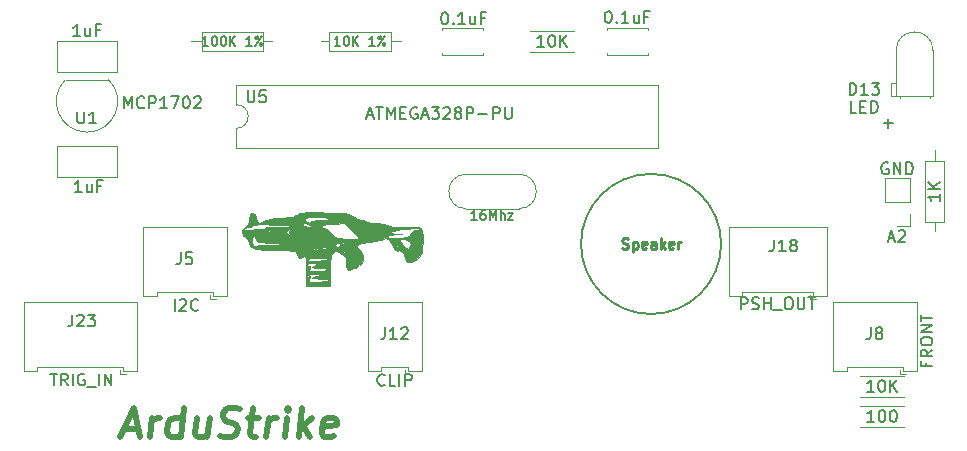
<source format=gto>
G04 #@! TF.FileFunction,Legend,Top*
%FSLAX46Y46*%
G04 Gerber Fmt 4.6, Leading zero omitted, Abs format (unit mm)*
G04 Created by KiCad (PCBNEW 4.0.6) date 06/26/19 10:16:45*
%MOMM*%
%LPD*%
G01*
G04 APERTURE LIST*
%ADD10C,0.100000*%
%ADD11C,0.150000*%
%ADD12C,0.200000*%
%ADD13C,0.500000*%
%ADD14C,0.120000*%
%ADD15C,0.010000*%
%ADD16C,0.222250*%
G04 APERTURE END LIST*
D10*
D11*
X205486096Y-99830000D02*
X205390858Y-99782381D01*
X205248001Y-99782381D01*
X205105143Y-99830000D01*
X205009905Y-99925238D01*
X204962286Y-100020476D01*
X204914667Y-100210952D01*
X204914667Y-100353810D01*
X204962286Y-100544286D01*
X205009905Y-100639524D01*
X205105143Y-100734762D01*
X205248001Y-100782381D01*
X205343239Y-100782381D01*
X205486096Y-100734762D01*
X205533715Y-100687143D01*
X205533715Y-100353810D01*
X205343239Y-100353810D01*
X205962286Y-100782381D02*
X205962286Y-99782381D01*
X206533715Y-100782381D01*
X206533715Y-99782381D01*
X207009905Y-100782381D02*
X207009905Y-99782381D01*
X207248000Y-99782381D01*
X207390858Y-99830000D01*
X207486096Y-99925238D01*
X207533715Y-100020476D01*
X207581334Y-100210952D01*
X207581334Y-100353810D01*
X207533715Y-100544286D01*
X207486096Y-100639524D01*
X207390858Y-100734762D01*
X207248000Y-100782381D01*
X207009905Y-100782381D01*
X202811143Y-95575381D02*
X202334952Y-95575381D01*
X202334952Y-94575381D01*
X203144476Y-95051571D02*
X203477810Y-95051571D01*
X203620667Y-95575381D02*
X203144476Y-95575381D01*
X203144476Y-94575381D01*
X203620667Y-94575381D01*
X204049238Y-95575381D02*
X204049238Y-94575381D01*
X204287333Y-94575381D01*
X204430191Y-94623000D01*
X204525429Y-94718238D01*
X204573048Y-94813476D01*
X204620667Y-95003952D01*
X204620667Y-95146810D01*
X204573048Y-95337286D01*
X204525429Y-95432524D01*
X204430191Y-95527762D01*
X204287333Y-95575381D01*
X204049238Y-95575381D01*
D12*
X205105048Y-96464429D02*
X205866953Y-96464429D01*
X205486001Y-96845381D02*
X205486001Y-96083476D01*
D13*
X140788357Y-122336667D02*
X141978834Y-122336667D01*
X140460976Y-123050952D02*
X141606810Y-120550952D01*
X142127643Y-123050952D01*
X142960976Y-123050952D02*
X143169309Y-121384286D01*
X143109786Y-121860476D02*
X143258595Y-121622381D01*
X143392523Y-121503333D01*
X143645500Y-121384286D01*
X143883595Y-121384286D01*
X145580024Y-123050952D02*
X145892524Y-120550952D01*
X145594905Y-122931905D02*
X145341928Y-123050952D01*
X144865738Y-123050952D01*
X144642524Y-122931905D01*
X144538357Y-122812857D01*
X144449071Y-122574762D01*
X144538357Y-121860476D01*
X144687166Y-121622381D01*
X144821095Y-121503333D01*
X145074071Y-121384286D01*
X145550261Y-121384286D01*
X145773476Y-121503333D01*
X148050262Y-121384286D02*
X147841929Y-123050952D01*
X146978833Y-121384286D02*
X146815143Y-122693810D01*
X146904429Y-122931905D01*
X147127643Y-123050952D01*
X147484786Y-123050952D01*
X147737762Y-122931905D01*
X147871691Y-122812857D01*
X148928238Y-122931905D02*
X149270500Y-123050952D01*
X149865738Y-123050952D01*
X150118715Y-122931905D01*
X150252643Y-122812857D01*
X150401453Y-122574762D01*
X150431215Y-122336667D01*
X150341929Y-122098571D01*
X150237763Y-121979524D01*
X150014548Y-121860476D01*
X149553238Y-121741429D01*
X149330024Y-121622381D01*
X149225857Y-121503333D01*
X149136571Y-121265238D01*
X149166333Y-121027143D01*
X149315143Y-120789048D01*
X149449072Y-120670000D01*
X149702048Y-120550952D01*
X150297286Y-120550952D01*
X150639548Y-120670000D01*
X151264547Y-121384286D02*
X152216928Y-121384286D01*
X151725857Y-120550952D02*
X151458000Y-122693810D01*
X151547286Y-122931905D01*
X151770500Y-123050952D01*
X152008595Y-123050952D01*
X152841928Y-123050952D02*
X153050261Y-121384286D01*
X152990738Y-121860476D02*
X153139547Y-121622381D01*
X153273475Y-121503333D01*
X153526452Y-121384286D01*
X153764547Y-121384286D01*
X154389547Y-123050952D02*
X154597880Y-121384286D01*
X154702047Y-120550952D02*
X154568118Y-120670000D01*
X154672285Y-120789048D01*
X154806214Y-120670000D01*
X154702047Y-120550952D01*
X154672285Y-120789048D01*
X155580023Y-123050952D02*
X155892523Y-120550952D01*
X155937166Y-122098571D02*
X156532404Y-123050952D01*
X156740737Y-121384286D02*
X155669309Y-122336667D01*
X158571095Y-122931905D02*
X158318119Y-123050952D01*
X157841928Y-123050952D01*
X157618714Y-122931905D01*
X157529428Y-122693810D01*
X157648475Y-121741429D01*
X157797285Y-121503333D01*
X158050261Y-121384286D01*
X158526452Y-121384286D01*
X158749666Y-121503333D01*
X158838952Y-121741429D01*
X158809191Y-121979524D01*
X157588952Y-122217619D01*
D11*
X191349690Y-106680000D02*
G75*
G03X191349690Y-106680000I-5929690J0D01*
G01*
D14*
X140458000Y-117355000D02*
X140458000Y-117655000D01*
X140458000Y-117655000D02*
X140958000Y-117655000D01*
X137083000Y-117105000D02*
X140708000Y-117105000D01*
X140708000Y-117105000D02*
X140708000Y-117405000D01*
X140708000Y-117405000D02*
X141858000Y-117405000D01*
X141858000Y-117405000D02*
X141858000Y-111605000D01*
X141858000Y-111605000D02*
X137083000Y-111605000D01*
X137083000Y-117105000D02*
X133458000Y-117105000D01*
X133458000Y-117105000D02*
X133458000Y-117405000D01*
X133458000Y-117405000D02*
X132308000Y-117405000D01*
X132308000Y-117405000D02*
X132308000Y-111605000D01*
X132308000Y-111605000D02*
X137083000Y-111605000D01*
X198878000Y-111005000D02*
X198878000Y-111305000D01*
X198878000Y-111305000D02*
X199378000Y-111305000D01*
X196128000Y-110755000D02*
X199128000Y-110755000D01*
X199128000Y-110755000D02*
X199128000Y-111055000D01*
X199128000Y-111055000D02*
X200278000Y-111055000D01*
X200278000Y-111055000D02*
X200278000Y-105255000D01*
X200278000Y-105255000D02*
X196128000Y-105255000D01*
X196128000Y-110755000D02*
X193128000Y-110755000D01*
X193128000Y-110755000D02*
X193128000Y-111055000D01*
X193128000Y-111055000D02*
X191978000Y-111055000D01*
X191978000Y-111055000D02*
X191978000Y-105255000D01*
X191978000Y-105255000D02*
X196128000Y-105255000D01*
X148078000Y-111005000D02*
X148078000Y-111305000D01*
X148078000Y-111305000D02*
X148578000Y-111305000D01*
X145953000Y-110755000D02*
X148328000Y-110755000D01*
X148328000Y-110755000D02*
X148328000Y-111055000D01*
X148328000Y-111055000D02*
X149478000Y-111055000D01*
X149478000Y-111055000D02*
X149478000Y-105255000D01*
X149478000Y-105255000D02*
X145953000Y-105255000D01*
X145953000Y-110755000D02*
X143578000Y-110755000D01*
X143578000Y-110755000D02*
X143578000Y-111055000D01*
X143578000Y-111055000D02*
X142428000Y-111055000D01*
X142428000Y-111055000D02*
X142428000Y-105255000D01*
X142428000Y-105255000D02*
X145953000Y-105255000D01*
X206798000Y-119605000D02*
X203078000Y-119605000D01*
X206798000Y-117885000D02*
X203078000Y-117885000D01*
X150308000Y-94885000D02*
G75*
G02X150308000Y-96885000I0J-1000000D01*
G01*
X150308000Y-96885000D02*
X150308000Y-98535000D01*
X150308000Y-98535000D02*
X185988000Y-98535000D01*
X185988000Y-98535000D02*
X185988000Y-93235000D01*
X185988000Y-93235000D02*
X150308000Y-93235000D01*
X150308000Y-93235000D02*
X150308000Y-94885000D01*
D10*
X147397000Y-89535000D02*
X146497000Y-89535000D01*
X152597000Y-89535000D02*
X153297000Y-89535000D01*
X152597000Y-88735000D02*
X152597000Y-90335000D01*
X152597000Y-90335000D02*
X147397000Y-90335000D01*
X147397000Y-90335000D02*
X147397000Y-88735000D01*
X147397000Y-88735000D02*
X152597000Y-88735000D01*
D14*
X174248000Y-103685000D02*
X169748000Y-103685000D01*
X174248000Y-100785000D02*
X169748000Y-100785000D01*
X174248000Y-100785000D02*
G75*
G02X174248000Y-103685000I0J-1450000D01*
G01*
X169748000Y-100785000D02*
G75*
G03X169748000Y-103685000I0J-1450000D01*
G01*
X135088000Y-89495000D02*
X140208000Y-89495000D01*
X135088000Y-92115000D02*
X140208000Y-92115000D01*
X135088000Y-89495000D02*
X135088000Y-92115000D01*
X140208000Y-89495000D02*
X140208000Y-92115000D01*
X135088000Y-98385000D02*
X140208000Y-98385000D01*
X135088000Y-101005000D02*
X140208000Y-101005000D01*
X135088000Y-98385000D02*
X135088000Y-101005000D01*
X140208000Y-98385000D02*
X140208000Y-101005000D01*
X206168000Y-90295000D02*
G75*
G02X209288000Y-90295000I1560000J0D01*
G01*
X209288000Y-94155000D02*
X209288000Y-90295000D01*
X206168000Y-94155000D02*
X206168000Y-90295000D01*
X209288000Y-94155000D02*
X206168000Y-94155000D01*
X205768000Y-94155000D02*
X205768000Y-93035000D01*
X205768000Y-93035000D02*
X206168000Y-93035000D01*
X206168000Y-93035000D02*
X206168000Y-94155000D01*
X206168000Y-94155000D02*
X205768000Y-94155000D01*
X208998000Y-94285000D02*
X208998000Y-94155000D01*
X208998000Y-94155000D02*
X208998000Y-94155000D01*
X208998000Y-94155000D02*
X208998000Y-94285000D01*
X208998000Y-94285000D02*
X208998000Y-94285000D01*
X206458000Y-94285000D02*
X206458000Y-94155000D01*
X206458000Y-94155000D02*
X206458000Y-94155000D01*
X206458000Y-94155000D02*
X206458000Y-94285000D01*
X206458000Y-94285000D02*
X206458000Y-94285000D01*
X164588000Y-117355000D02*
X164588000Y-117655000D01*
X164588000Y-117655000D02*
X165088000Y-117655000D01*
X163713000Y-117105000D02*
X164838000Y-117105000D01*
X164838000Y-117105000D02*
X164838000Y-117405000D01*
X164838000Y-117405000D02*
X165988000Y-117405000D01*
X165988000Y-117405000D02*
X165988000Y-111605000D01*
X165988000Y-111605000D02*
X163713000Y-111605000D01*
X163713000Y-117105000D02*
X162588000Y-117105000D01*
X162588000Y-117105000D02*
X162588000Y-117405000D01*
X162588000Y-117405000D02*
X161438000Y-117405000D01*
X161438000Y-117405000D02*
X161438000Y-111605000D01*
X161438000Y-111605000D02*
X163713000Y-111605000D01*
X139468000Y-92765000D02*
X135868000Y-92765000D01*
X139506478Y-92776522D02*
G75*
G02X137668000Y-97215000I-1838478J-1838478D01*
G01*
X135829522Y-92776522D02*
G75*
G03X137668000Y-97215000I1838478J-1838478D01*
G01*
X171198000Y-90645000D02*
X167678000Y-90645000D01*
X171198000Y-88425000D02*
X167678000Y-88425000D01*
X171198000Y-90645000D02*
X171198000Y-90531000D01*
X171198000Y-88539000D02*
X171198000Y-88425000D01*
X167678000Y-90645000D02*
X167678000Y-90531000D01*
X167678000Y-88539000D02*
X167678000Y-88425000D01*
D10*
X163372000Y-89535000D02*
X164272000Y-89535000D01*
X158172000Y-89535000D02*
X157472000Y-89535000D01*
X158172000Y-90335000D02*
X158172000Y-88735000D01*
X158172000Y-88735000D02*
X163372000Y-88735000D01*
X163372000Y-88735000D02*
X163372000Y-90335000D01*
X163372000Y-90335000D02*
X158172000Y-90335000D01*
X209423000Y-99645000D02*
X209423000Y-98745000D01*
X209423000Y-104845000D02*
X209423000Y-105545000D01*
X210223000Y-104845000D02*
X208623000Y-104845000D01*
X208623000Y-104845000D02*
X208623000Y-99645000D01*
X208623000Y-99645000D02*
X210223000Y-99645000D01*
X210223000Y-99645000D02*
X210223000Y-104845000D01*
D15*
G36*
X157584794Y-104016769D02*
X157776582Y-104020793D01*
X158559891Y-104039649D01*
X159129870Y-104061238D01*
X159528446Y-104091345D01*
X159797548Y-104135755D01*
X159979103Y-104200255D01*
X160115039Y-104290629D01*
X160185225Y-104353155D01*
X160504033Y-104557981D01*
X160826090Y-104640341D01*
X161100811Y-104677486D01*
X161228566Y-104749122D01*
X161380317Y-104812646D01*
X161716571Y-104877668D01*
X162166989Y-104930853D01*
X162204379Y-104934074D01*
X162682614Y-104992625D01*
X163073228Y-105073837D01*
X163293827Y-105160448D01*
X163297074Y-105163046D01*
X163518610Y-105242218D01*
X163943369Y-105268611D01*
X164594456Y-105243720D01*
X165231358Y-105212301D01*
X165655910Y-105239336D01*
X165909942Y-105359623D01*
X166035281Y-105607965D01*
X166073757Y-106019160D01*
X166070448Y-106471705D01*
X166051670Y-106992243D01*
X166006798Y-107333318D01*
X165914910Y-107570689D01*
X165755087Y-107780118D01*
X165689924Y-107849701D01*
X165359912Y-108097310D01*
X165020861Y-108204298D01*
X164737013Y-108169070D01*
X164572614Y-107990034D01*
X164554692Y-107877856D01*
X164464432Y-107533303D01*
X164249707Y-107294475D01*
X163977651Y-107232821D01*
X163953641Y-107238143D01*
X163719964Y-107202967D01*
X163645965Y-107087469D01*
X163550540Y-106874010D01*
X163856804Y-106874010D01*
X163920623Y-106937829D01*
X163984442Y-106874010D01*
X163920623Y-106810191D01*
X163856804Y-106874010D01*
X163550540Y-106874010D01*
X163428278Y-106600520D01*
X163310707Y-106469822D01*
X163516435Y-106469822D01*
X163533956Y-106545703D01*
X163601527Y-106554914D01*
X163706588Y-106508213D01*
X163686619Y-106469822D01*
X163535143Y-106454546D01*
X163516435Y-106469822D01*
X163310707Y-106469822D01*
X163158243Y-106300337D01*
X163155982Y-106299638D01*
X164099089Y-106299638D01*
X164449260Y-106758736D01*
X164670867Y-107031023D01*
X164806530Y-107120722D01*
X164915397Y-107055283D01*
X164961363Y-106996381D01*
X165053914Y-106710002D01*
X164996111Y-106537282D01*
X164754507Y-106342513D01*
X164484008Y-106299638D01*
X164099089Y-106299638D01*
X163155982Y-106299638D01*
X162866531Y-106210187D01*
X162626644Y-106314242D01*
X162428515Y-106387108D01*
X162051775Y-106458065D01*
X161572806Y-106513207D01*
X161503168Y-106518781D01*
X160933546Y-106588442D01*
X160607111Y-106699158D01*
X160513643Y-106861131D01*
X160642925Y-107084563D01*
X160793487Y-107227309D01*
X160950343Y-107459508D01*
X161024973Y-107767379D01*
X161023458Y-108081553D01*
X160951878Y-108332665D01*
X160816315Y-108451347D01*
X160688939Y-108419938D01*
X160514902Y-108431843D01*
X160463490Y-108487126D01*
X160445264Y-108575500D01*
X160538211Y-108533306D01*
X160645270Y-108499837D01*
X160614218Y-108577404D01*
X160420519Y-108706056D01*
X160300929Y-108724763D01*
X160029048Y-108799586D01*
X159939954Y-108863523D01*
X159780894Y-108916712D01*
X159665745Y-108761577D01*
X159619262Y-108444354D01*
X159623657Y-108333538D01*
X160314229Y-108333538D01*
X160331688Y-108341849D01*
X160448169Y-108251994D01*
X160474392Y-108214211D01*
X160506917Y-108094883D01*
X160489457Y-108086572D01*
X160372977Y-108176427D01*
X160346753Y-108214211D01*
X160314229Y-108333538D01*
X159623657Y-108333538D01*
X159625899Y-108277041D01*
X159559908Y-107869815D01*
X159364831Y-107621853D01*
X159084686Y-107426040D01*
X158826800Y-107313211D01*
X159261829Y-107313211D01*
X159354483Y-107443187D01*
X159389467Y-107448382D01*
X159513787Y-107404833D01*
X159517105Y-107392095D01*
X159427665Y-107283122D01*
X159389467Y-107256924D01*
X159271851Y-107267044D01*
X159261829Y-107313211D01*
X158826800Y-107313211D01*
X158775932Y-107290956D01*
X158514197Y-107239067D01*
X158375109Y-107292837D01*
X158368362Y-107325844D01*
X158454103Y-107404306D01*
X158527909Y-107382630D01*
X158571966Y-107383759D01*
X158464090Y-107484897D01*
X158359394Y-107611404D01*
X158292605Y-107818076D01*
X158255995Y-108156030D01*
X158241835Y-108676377D01*
X158240723Y-108962201D01*
X158240723Y-110256422D01*
X156198512Y-110256422D01*
X156198512Y-109384143D01*
X156326150Y-109384143D01*
X156405155Y-109447613D01*
X156453789Y-109426773D01*
X156571593Y-109432608D01*
X156581427Y-109475527D01*
X156487633Y-109653674D01*
X156440162Y-109690472D01*
X156357651Y-109800623D01*
X156506885Y-109873738D01*
X156866364Y-109904921D01*
X157334342Y-109894080D01*
X157742121Y-109854098D01*
X158024030Y-109793320D01*
X158113085Y-109734532D01*
X157997665Y-109670838D01*
X157699932Y-109628594D01*
X157411075Y-109618231D01*
X156954405Y-109590417D01*
X156741987Y-109523641D01*
X156770939Y-109442897D01*
X157038378Y-109373183D01*
X157442985Y-109341497D01*
X158176904Y-109320040D01*
X157411075Y-109244370D01*
X156859185Y-109203926D01*
X156520138Y-109218373D01*
X156356457Y-109292540D01*
X156326150Y-109384143D01*
X156198512Y-109384143D01*
X156198512Y-108948130D01*
X156325863Y-108948130D01*
X156442307Y-108989730D01*
X156749077Y-109009356D01*
X157181869Y-109003168D01*
X157219330Y-109001475D01*
X157659812Y-108965268D01*
X157979014Y-108909816D01*
X158112375Y-108846645D01*
X158113085Y-108841928D01*
X157997666Y-108777761D01*
X157699936Y-108735204D01*
X157411075Y-108724763D01*
X156958790Y-108695775D01*
X156743258Y-108626653D01*
X156767573Y-108544168D01*
X157034831Y-108475086D01*
X157379166Y-108448682D01*
X158049266Y-108427878D01*
X157347256Y-108350863D01*
X156810157Y-108309029D01*
X156486736Y-108330537D01*
X156342206Y-108420150D01*
X156326150Y-108490676D01*
X156405155Y-108554145D01*
X156453789Y-108533306D01*
X156563060Y-108562242D01*
X156581427Y-108653412D01*
X156514787Y-108828048D01*
X156453789Y-108852402D01*
X156329416Y-108925933D01*
X156325863Y-108948130D01*
X156198512Y-108948130D01*
X156198512Y-108896438D01*
X156197034Y-108296339D01*
X156189537Y-108013992D01*
X156335434Y-108013992D01*
X156387460Y-108084128D01*
X156675583Y-108116721D01*
X157191258Y-108109313D01*
X157220365Y-108107968D01*
X157654991Y-108071865D01*
X157948142Y-108016827D01*
X158045090Y-107953470D01*
X158042768Y-107948420D01*
X157881959Y-107882015D01*
X157558154Y-107842804D01*
X157162424Y-107833173D01*
X156785840Y-107855504D01*
X156528047Y-107908771D01*
X156335434Y-108013992D01*
X156189537Y-108013992D01*
X156186885Y-107914145D01*
X156159494Y-107712486D01*
X156106292Y-107653990D01*
X156018707Y-107701286D01*
X155940220Y-107770206D01*
X155688103Y-107910812D01*
X155509632Y-107807750D01*
X155411454Y-107512402D01*
X155367744Y-107394482D01*
X155261610Y-107309463D01*
X155056896Y-107252150D01*
X154717449Y-107217350D01*
X154207113Y-107199866D01*
X153489734Y-107194505D01*
X153199015Y-107194513D01*
X152451618Y-107169822D01*
X152195042Y-107129286D01*
X156836703Y-107129286D01*
X156900522Y-107193105D01*
X156964341Y-107129286D01*
X157091980Y-107129286D01*
X157155799Y-107193105D01*
X157219618Y-107129286D01*
X157155799Y-107065467D01*
X157091980Y-107129286D01*
X156964341Y-107129286D01*
X156900522Y-107065467D01*
X156836703Y-107129286D01*
X152195042Y-107129286D01*
X151924851Y-107086599D01*
X151863610Y-107058795D01*
X157415199Y-107058795D01*
X157459050Y-107121875D01*
X157639805Y-107122352D01*
X157849783Y-107070727D01*
X157960171Y-107005651D01*
X157910716Y-106952448D01*
X157758976Y-106937829D01*
X157507893Y-106989032D01*
X157415199Y-107058795D01*
X151863610Y-107058795D01*
X151588543Y-106933914D01*
X151412525Y-106700840D01*
X151372947Y-106533045D01*
X151306984Y-106374943D01*
X151594813Y-106374943D01*
X151635735Y-106632529D01*
X151765105Y-106813296D01*
X151826904Y-106838493D01*
X152048954Y-106842472D01*
X152114090Y-106810633D01*
X152264426Y-106773222D01*
X152599135Y-106745800D01*
X153047350Y-106734040D01*
X153071377Y-106733965D01*
X153531033Y-106751139D01*
X153888318Y-106797945D01*
X154068159Y-106864390D01*
X154070290Y-106866913D01*
X154138061Y-106904646D01*
X154123835Y-106810191D01*
X154050416Y-106728381D01*
X158676384Y-106728381D01*
X158686900Y-106809289D01*
X158870534Y-106932502D01*
X158875772Y-106929518D01*
X159420761Y-106929518D01*
X159438221Y-106937829D01*
X159554701Y-106847974D01*
X159580924Y-106810191D01*
X159613449Y-106690863D01*
X159595990Y-106682552D01*
X159479509Y-106772407D01*
X159453286Y-106810191D01*
X159420761Y-106929518D01*
X158875772Y-106929518D01*
X159060568Y-106824263D01*
X159075620Y-106801699D01*
X159104437Y-106622811D01*
X159092633Y-106618733D01*
X159261829Y-106618733D01*
X159325648Y-106682552D01*
X159389467Y-106618733D01*
X159325648Y-106554914D01*
X159261829Y-106618733D01*
X159092633Y-106618733D01*
X158946894Y-106568385D01*
X158812510Y-106602064D01*
X158676384Y-106728381D01*
X154050416Y-106728381D01*
X154031471Y-106707272D01*
X153792885Y-106639214D01*
X153365562Y-106597139D01*
X153029194Y-106581662D01*
X152512555Y-106557424D01*
X152200761Y-106520663D01*
X152043384Y-106457492D01*
X151989996Y-106354021D01*
X151986452Y-106294476D01*
X151905376Y-106090423D01*
X151794995Y-106044361D01*
X151646510Y-106144300D01*
X151594813Y-106374943D01*
X151306984Y-106374943D01*
X151249476Y-106237109D01*
X151085761Y-106133127D01*
X150894990Y-105972631D01*
X150876493Y-105900788D01*
X152147255Y-105900788D01*
X152240756Y-105839613D01*
X152257567Y-105823122D01*
X152333535Y-105697022D01*
X154545112Y-105697022D01*
X154624308Y-105831631D01*
X154789003Y-105921195D01*
X154837711Y-105878778D01*
X155257101Y-105878778D01*
X155432683Y-105896570D01*
X155526295Y-105886207D01*
X155870957Y-105886207D01*
X155996418Y-105906647D01*
X156161967Y-105883179D01*
X156163944Y-105839608D01*
X155993114Y-105809139D01*
X155919304Y-105829532D01*
X155870957Y-105886207D01*
X155526295Y-105886207D01*
X155613882Y-105876511D01*
X155592231Y-105832191D01*
X155330911Y-105815333D01*
X155273135Y-105832191D01*
X155257101Y-105878778D01*
X154837711Y-105878778D01*
X154862050Y-105857583D01*
X154804793Y-105737678D01*
X154724116Y-105572446D01*
X154816970Y-105495863D01*
X155257101Y-105495863D01*
X155432683Y-105513655D01*
X155526290Y-105503293D01*
X155870957Y-105503293D01*
X155996418Y-105523732D01*
X156161967Y-105500265D01*
X156163944Y-105456694D01*
X155993114Y-105426224D01*
X155919304Y-105446617D01*
X155870957Y-105503293D01*
X155526290Y-105503293D01*
X155613882Y-105493597D01*
X155592231Y-105449276D01*
X155330911Y-105432418D01*
X155273135Y-105449276D01*
X155257101Y-105495863D01*
X154816970Y-105495863D01*
X154821074Y-105492479D01*
X154877391Y-105435173D01*
X154762583Y-105416247D01*
X154577737Y-105500073D01*
X154545112Y-105697022D01*
X152333535Y-105697022D01*
X152358386Y-105655773D01*
X152345467Y-105597628D01*
X153007558Y-105597628D01*
X153071377Y-105661447D01*
X153135196Y-105597628D01*
X153901025Y-105597628D01*
X153964844Y-105661447D01*
X154028663Y-105597628D01*
X153964844Y-105533809D01*
X153901025Y-105597628D01*
X153135196Y-105597628D01*
X153071377Y-105533809D01*
X153007558Y-105597628D01*
X152345467Y-105597628D01*
X152344716Y-105594250D01*
X152249770Y-105632554D01*
X152186116Y-105751671D01*
X152147255Y-105900788D01*
X150876493Y-105900788D01*
X150823127Y-105693518D01*
X150870111Y-105403031D01*
X150873402Y-105399167D01*
X150965346Y-105399167D01*
X151077948Y-105460933D01*
X151361435Y-105474500D01*
X151507809Y-105463908D01*
X151944645Y-105427881D01*
X152336771Y-105409687D01*
X152401276Y-105409119D01*
X152656010Y-105379223D01*
X152751995Y-105312469D01*
X152870235Y-105274906D01*
X153188800Y-105252758D01*
X153653067Y-105248500D01*
X153995311Y-105256103D01*
X154510535Y-105264756D01*
X154901838Y-105254884D01*
X155119940Y-105228735D01*
X155145105Y-105203684D01*
X154975014Y-105153981D01*
X154600423Y-105108821D01*
X154072103Y-105071383D01*
X153686316Y-105055165D01*
X155847114Y-105055165D01*
X156010307Y-105153806D01*
X156420056Y-105221725D01*
X156903835Y-105252441D01*
X157414067Y-105277634D01*
X157746953Y-105324551D01*
X157980355Y-105420649D01*
X158192138Y-105593385D01*
X158361430Y-105766422D01*
X158604254Y-106009377D01*
X158809917Y-106151157D01*
X159058701Y-106218663D01*
X159430888Y-106238800D01*
X159772382Y-106239247D01*
X160729668Y-106235819D01*
X160581298Y-106085927D01*
X163078082Y-106085927D01*
X163305638Y-106157054D01*
X163346251Y-106164336D01*
X163778980Y-106194822D01*
X164269688Y-106167922D01*
X164711003Y-106094620D01*
X164978305Y-105997379D01*
X165121350Y-105795376D01*
X165133186Y-105717733D01*
X165244374Y-105571851D01*
X165452281Y-105533809D01*
X165692059Y-105484580D01*
X165771377Y-105389857D01*
X165659001Y-105304315D01*
X165318048Y-105318986D01*
X165252724Y-105328842D01*
X164823146Y-105390057D01*
X164289735Y-105456217D01*
X163976342Y-105490976D01*
X163519643Y-105561071D01*
X163275433Y-105644033D01*
X163254197Y-105724293D01*
X163466421Y-105786287D01*
X163761075Y-105810541D01*
X164303537Y-105831998D01*
X163792985Y-105878827D01*
X163334141Y-105938898D01*
X163091711Y-106010570D01*
X163078082Y-106085927D01*
X160581298Y-106085927D01*
X159453286Y-104946345D01*
X158604216Y-104952891D01*
X158186997Y-104969123D01*
X157903315Y-105005466D01*
X157813419Y-105054123D01*
X157814010Y-105055165D01*
X157732552Y-105107182D01*
X157460819Y-105141949D01*
X157170864Y-105150894D01*
X156768933Y-105129404D01*
X156479816Y-105074094D01*
X156389970Y-105023256D01*
X156294337Y-104959437D01*
X157091980Y-104959437D01*
X157155799Y-105023256D01*
X157219618Y-104959437D01*
X157347256Y-104959437D01*
X157411075Y-105023256D01*
X157474894Y-104959437D01*
X157411075Y-104895618D01*
X157347256Y-104959437D01*
X157219618Y-104959437D01*
X157155799Y-104895618D01*
X157091980Y-104959437D01*
X156294337Y-104959437D01*
X156231305Y-104917374D01*
X156018433Y-104900652D01*
X155863009Y-104966528D01*
X155847114Y-105055165D01*
X153686316Y-105055165D01*
X153440827Y-105044845D01*
X152757367Y-105032385D01*
X152409391Y-105032445D01*
X151747405Y-105037007D01*
X151696928Y-104551488D01*
X151666368Y-104283579D01*
X151647902Y-104238833D01*
X151634258Y-104429462D01*
X151624994Y-104672251D01*
X151599452Y-105039522D01*
X151532106Y-105218216D01*
X151385512Y-105274995D01*
X151284442Y-105278532D01*
X151044533Y-105319843D01*
X150965346Y-105399167D01*
X150873402Y-105399167D01*
X151035883Y-105208413D01*
X151086288Y-105189628D01*
X151262624Y-105069835D01*
X151352980Y-104788721D01*
X151373473Y-104595296D01*
X151421845Y-104250198D01*
X151523356Y-104095604D01*
X151667357Y-104065969D01*
X151858686Y-104132739D01*
X151949353Y-104373295D01*
X151962629Y-104480794D01*
X152068854Y-104800378D01*
X152304385Y-104900031D01*
X152510892Y-104831799D01*
X153390472Y-104831799D01*
X153454291Y-104895618D01*
X153518110Y-104831799D01*
X153645748Y-104831799D01*
X153709568Y-104895618D01*
X153773387Y-104831799D01*
X154156301Y-104831799D01*
X154220120Y-104895618D01*
X154283939Y-104831799D01*
X154262666Y-104810526D01*
X154581762Y-104810526D01*
X154599283Y-104886406D01*
X154666854Y-104895618D01*
X154771915Y-104848917D01*
X154751946Y-104810526D01*
X154600469Y-104795250D01*
X154581762Y-104810526D01*
X154262666Y-104810526D01*
X154220120Y-104767980D01*
X154156301Y-104831799D01*
X153773387Y-104831799D01*
X153709568Y-104767980D01*
X153645748Y-104831799D01*
X153518110Y-104831799D01*
X153454291Y-104767980D01*
X153390472Y-104831799D01*
X152510892Y-104831799D01*
X152668746Y-104779643D01*
X152836218Y-104679242D01*
X152990037Y-104615574D01*
X156155770Y-104615574D01*
X156279619Y-104795809D01*
X156446366Y-104894643D01*
X156461884Y-104895618D01*
X156619052Y-104803616D01*
X156645246Y-104767980D01*
X156795921Y-104704160D01*
X160155296Y-104704160D01*
X160219115Y-104767980D01*
X160282934Y-104704160D01*
X160219115Y-104640341D01*
X160155296Y-104704160D01*
X156795921Y-104704160D01*
X156805778Y-104699985D01*
X157141821Y-104653685D01*
X157489960Y-104640341D01*
X157926810Y-104621360D01*
X158155176Y-104567738D01*
X158160106Y-104555249D01*
X159687290Y-104555249D01*
X159704810Y-104631130D01*
X159772382Y-104640341D01*
X159877442Y-104593641D01*
X159857474Y-104555249D01*
X159705997Y-104539973D01*
X159687290Y-104555249D01*
X158160106Y-104555249D01*
X158176904Y-104512703D01*
X158021779Y-104454343D01*
X157690968Y-104412756D01*
X157263614Y-104389655D01*
X156818864Y-104386749D01*
X156435862Y-104405749D01*
X156193753Y-104448365D01*
X156157074Y-104469050D01*
X156155770Y-104615574D01*
X152990037Y-104615574D01*
X153160435Y-104545044D01*
X153654741Y-104470760D01*
X154165520Y-104449547D01*
X154732565Y-104426522D01*
X155106610Y-104367759D01*
X155153597Y-104347120D01*
X159469161Y-104347120D01*
X159644743Y-104364912D01*
X159825942Y-104344853D01*
X159804291Y-104300533D01*
X159542972Y-104283674D01*
X159485196Y-104300533D01*
X159469161Y-104347120D01*
X155153597Y-104347120D01*
X155348815Y-104261371D01*
X155419076Y-104205922D01*
X155537132Y-104120262D01*
X155698124Y-104060514D01*
X155942718Y-104023485D01*
X156311582Y-104005980D01*
X156845385Y-104004806D01*
X157584794Y-104016769D01*
X157584794Y-104016769D01*
G37*
X157584794Y-104016769D02*
X157776582Y-104020793D01*
X158559891Y-104039649D01*
X159129870Y-104061238D01*
X159528446Y-104091345D01*
X159797548Y-104135755D01*
X159979103Y-104200255D01*
X160115039Y-104290629D01*
X160185225Y-104353155D01*
X160504033Y-104557981D01*
X160826090Y-104640341D01*
X161100811Y-104677486D01*
X161228566Y-104749122D01*
X161380317Y-104812646D01*
X161716571Y-104877668D01*
X162166989Y-104930853D01*
X162204379Y-104934074D01*
X162682614Y-104992625D01*
X163073228Y-105073837D01*
X163293827Y-105160448D01*
X163297074Y-105163046D01*
X163518610Y-105242218D01*
X163943369Y-105268611D01*
X164594456Y-105243720D01*
X165231358Y-105212301D01*
X165655910Y-105239336D01*
X165909942Y-105359623D01*
X166035281Y-105607965D01*
X166073757Y-106019160D01*
X166070448Y-106471705D01*
X166051670Y-106992243D01*
X166006798Y-107333318D01*
X165914910Y-107570689D01*
X165755087Y-107780118D01*
X165689924Y-107849701D01*
X165359912Y-108097310D01*
X165020861Y-108204298D01*
X164737013Y-108169070D01*
X164572614Y-107990034D01*
X164554692Y-107877856D01*
X164464432Y-107533303D01*
X164249707Y-107294475D01*
X163977651Y-107232821D01*
X163953641Y-107238143D01*
X163719964Y-107202967D01*
X163645965Y-107087469D01*
X163550540Y-106874010D01*
X163856804Y-106874010D01*
X163920623Y-106937829D01*
X163984442Y-106874010D01*
X163920623Y-106810191D01*
X163856804Y-106874010D01*
X163550540Y-106874010D01*
X163428278Y-106600520D01*
X163310707Y-106469822D01*
X163516435Y-106469822D01*
X163533956Y-106545703D01*
X163601527Y-106554914D01*
X163706588Y-106508213D01*
X163686619Y-106469822D01*
X163535143Y-106454546D01*
X163516435Y-106469822D01*
X163310707Y-106469822D01*
X163158243Y-106300337D01*
X163155982Y-106299638D01*
X164099089Y-106299638D01*
X164449260Y-106758736D01*
X164670867Y-107031023D01*
X164806530Y-107120722D01*
X164915397Y-107055283D01*
X164961363Y-106996381D01*
X165053914Y-106710002D01*
X164996111Y-106537282D01*
X164754507Y-106342513D01*
X164484008Y-106299638D01*
X164099089Y-106299638D01*
X163155982Y-106299638D01*
X162866531Y-106210187D01*
X162626644Y-106314242D01*
X162428515Y-106387108D01*
X162051775Y-106458065D01*
X161572806Y-106513207D01*
X161503168Y-106518781D01*
X160933546Y-106588442D01*
X160607111Y-106699158D01*
X160513643Y-106861131D01*
X160642925Y-107084563D01*
X160793487Y-107227309D01*
X160950343Y-107459508D01*
X161024973Y-107767379D01*
X161023458Y-108081553D01*
X160951878Y-108332665D01*
X160816315Y-108451347D01*
X160688939Y-108419938D01*
X160514902Y-108431843D01*
X160463490Y-108487126D01*
X160445264Y-108575500D01*
X160538211Y-108533306D01*
X160645270Y-108499837D01*
X160614218Y-108577404D01*
X160420519Y-108706056D01*
X160300929Y-108724763D01*
X160029048Y-108799586D01*
X159939954Y-108863523D01*
X159780894Y-108916712D01*
X159665745Y-108761577D01*
X159619262Y-108444354D01*
X159623657Y-108333538D01*
X160314229Y-108333538D01*
X160331688Y-108341849D01*
X160448169Y-108251994D01*
X160474392Y-108214211D01*
X160506917Y-108094883D01*
X160489457Y-108086572D01*
X160372977Y-108176427D01*
X160346753Y-108214211D01*
X160314229Y-108333538D01*
X159623657Y-108333538D01*
X159625899Y-108277041D01*
X159559908Y-107869815D01*
X159364831Y-107621853D01*
X159084686Y-107426040D01*
X158826800Y-107313211D01*
X159261829Y-107313211D01*
X159354483Y-107443187D01*
X159389467Y-107448382D01*
X159513787Y-107404833D01*
X159517105Y-107392095D01*
X159427665Y-107283122D01*
X159389467Y-107256924D01*
X159271851Y-107267044D01*
X159261829Y-107313211D01*
X158826800Y-107313211D01*
X158775932Y-107290956D01*
X158514197Y-107239067D01*
X158375109Y-107292837D01*
X158368362Y-107325844D01*
X158454103Y-107404306D01*
X158527909Y-107382630D01*
X158571966Y-107383759D01*
X158464090Y-107484897D01*
X158359394Y-107611404D01*
X158292605Y-107818076D01*
X158255995Y-108156030D01*
X158241835Y-108676377D01*
X158240723Y-108962201D01*
X158240723Y-110256422D01*
X156198512Y-110256422D01*
X156198512Y-109384143D01*
X156326150Y-109384143D01*
X156405155Y-109447613D01*
X156453789Y-109426773D01*
X156571593Y-109432608D01*
X156581427Y-109475527D01*
X156487633Y-109653674D01*
X156440162Y-109690472D01*
X156357651Y-109800623D01*
X156506885Y-109873738D01*
X156866364Y-109904921D01*
X157334342Y-109894080D01*
X157742121Y-109854098D01*
X158024030Y-109793320D01*
X158113085Y-109734532D01*
X157997665Y-109670838D01*
X157699932Y-109628594D01*
X157411075Y-109618231D01*
X156954405Y-109590417D01*
X156741987Y-109523641D01*
X156770939Y-109442897D01*
X157038378Y-109373183D01*
X157442985Y-109341497D01*
X158176904Y-109320040D01*
X157411075Y-109244370D01*
X156859185Y-109203926D01*
X156520138Y-109218373D01*
X156356457Y-109292540D01*
X156326150Y-109384143D01*
X156198512Y-109384143D01*
X156198512Y-108948130D01*
X156325863Y-108948130D01*
X156442307Y-108989730D01*
X156749077Y-109009356D01*
X157181869Y-109003168D01*
X157219330Y-109001475D01*
X157659812Y-108965268D01*
X157979014Y-108909816D01*
X158112375Y-108846645D01*
X158113085Y-108841928D01*
X157997666Y-108777761D01*
X157699936Y-108735204D01*
X157411075Y-108724763D01*
X156958790Y-108695775D01*
X156743258Y-108626653D01*
X156767573Y-108544168D01*
X157034831Y-108475086D01*
X157379166Y-108448682D01*
X158049266Y-108427878D01*
X157347256Y-108350863D01*
X156810157Y-108309029D01*
X156486736Y-108330537D01*
X156342206Y-108420150D01*
X156326150Y-108490676D01*
X156405155Y-108554145D01*
X156453789Y-108533306D01*
X156563060Y-108562242D01*
X156581427Y-108653412D01*
X156514787Y-108828048D01*
X156453789Y-108852402D01*
X156329416Y-108925933D01*
X156325863Y-108948130D01*
X156198512Y-108948130D01*
X156198512Y-108896438D01*
X156197034Y-108296339D01*
X156189537Y-108013992D01*
X156335434Y-108013992D01*
X156387460Y-108084128D01*
X156675583Y-108116721D01*
X157191258Y-108109313D01*
X157220365Y-108107968D01*
X157654991Y-108071865D01*
X157948142Y-108016827D01*
X158045090Y-107953470D01*
X158042768Y-107948420D01*
X157881959Y-107882015D01*
X157558154Y-107842804D01*
X157162424Y-107833173D01*
X156785840Y-107855504D01*
X156528047Y-107908771D01*
X156335434Y-108013992D01*
X156189537Y-108013992D01*
X156186885Y-107914145D01*
X156159494Y-107712486D01*
X156106292Y-107653990D01*
X156018707Y-107701286D01*
X155940220Y-107770206D01*
X155688103Y-107910812D01*
X155509632Y-107807750D01*
X155411454Y-107512402D01*
X155367744Y-107394482D01*
X155261610Y-107309463D01*
X155056896Y-107252150D01*
X154717449Y-107217350D01*
X154207113Y-107199866D01*
X153489734Y-107194505D01*
X153199015Y-107194513D01*
X152451618Y-107169822D01*
X152195042Y-107129286D01*
X156836703Y-107129286D01*
X156900522Y-107193105D01*
X156964341Y-107129286D01*
X157091980Y-107129286D01*
X157155799Y-107193105D01*
X157219618Y-107129286D01*
X157155799Y-107065467D01*
X157091980Y-107129286D01*
X156964341Y-107129286D01*
X156900522Y-107065467D01*
X156836703Y-107129286D01*
X152195042Y-107129286D01*
X151924851Y-107086599D01*
X151863610Y-107058795D01*
X157415199Y-107058795D01*
X157459050Y-107121875D01*
X157639805Y-107122352D01*
X157849783Y-107070727D01*
X157960171Y-107005651D01*
X157910716Y-106952448D01*
X157758976Y-106937829D01*
X157507893Y-106989032D01*
X157415199Y-107058795D01*
X151863610Y-107058795D01*
X151588543Y-106933914D01*
X151412525Y-106700840D01*
X151372947Y-106533045D01*
X151306984Y-106374943D01*
X151594813Y-106374943D01*
X151635735Y-106632529D01*
X151765105Y-106813296D01*
X151826904Y-106838493D01*
X152048954Y-106842472D01*
X152114090Y-106810633D01*
X152264426Y-106773222D01*
X152599135Y-106745800D01*
X153047350Y-106734040D01*
X153071377Y-106733965D01*
X153531033Y-106751139D01*
X153888318Y-106797945D01*
X154068159Y-106864390D01*
X154070290Y-106866913D01*
X154138061Y-106904646D01*
X154123835Y-106810191D01*
X154050416Y-106728381D01*
X158676384Y-106728381D01*
X158686900Y-106809289D01*
X158870534Y-106932502D01*
X158875772Y-106929518D01*
X159420761Y-106929518D01*
X159438221Y-106937829D01*
X159554701Y-106847974D01*
X159580924Y-106810191D01*
X159613449Y-106690863D01*
X159595990Y-106682552D01*
X159479509Y-106772407D01*
X159453286Y-106810191D01*
X159420761Y-106929518D01*
X158875772Y-106929518D01*
X159060568Y-106824263D01*
X159075620Y-106801699D01*
X159104437Y-106622811D01*
X159092633Y-106618733D01*
X159261829Y-106618733D01*
X159325648Y-106682552D01*
X159389467Y-106618733D01*
X159325648Y-106554914D01*
X159261829Y-106618733D01*
X159092633Y-106618733D01*
X158946894Y-106568385D01*
X158812510Y-106602064D01*
X158676384Y-106728381D01*
X154050416Y-106728381D01*
X154031471Y-106707272D01*
X153792885Y-106639214D01*
X153365562Y-106597139D01*
X153029194Y-106581662D01*
X152512555Y-106557424D01*
X152200761Y-106520663D01*
X152043384Y-106457492D01*
X151989996Y-106354021D01*
X151986452Y-106294476D01*
X151905376Y-106090423D01*
X151794995Y-106044361D01*
X151646510Y-106144300D01*
X151594813Y-106374943D01*
X151306984Y-106374943D01*
X151249476Y-106237109D01*
X151085761Y-106133127D01*
X150894990Y-105972631D01*
X150876493Y-105900788D01*
X152147255Y-105900788D01*
X152240756Y-105839613D01*
X152257567Y-105823122D01*
X152333535Y-105697022D01*
X154545112Y-105697022D01*
X154624308Y-105831631D01*
X154789003Y-105921195D01*
X154837711Y-105878778D01*
X155257101Y-105878778D01*
X155432683Y-105896570D01*
X155526295Y-105886207D01*
X155870957Y-105886207D01*
X155996418Y-105906647D01*
X156161967Y-105883179D01*
X156163944Y-105839608D01*
X155993114Y-105809139D01*
X155919304Y-105829532D01*
X155870957Y-105886207D01*
X155526295Y-105886207D01*
X155613882Y-105876511D01*
X155592231Y-105832191D01*
X155330911Y-105815333D01*
X155273135Y-105832191D01*
X155257101Y-105878778D01*
X154837711Y-105878778D01*
X154862050Y-105857583D01*
X154804793Y-105737678D01*
X154724116Y-105572446D01*
X154816970Y-105495863D01*
X155257101Y-105495863D01*
X155432683Y-105513655D01*
X155526290Y-105503293D01*
X155870957Y-105503293D01*
X155996418Y-105523732D01*
X156161967Y-105500265D01*
X156163944Y-105456694D01*
X155993114Y-105426224D01*
X155919304Y-105446617D01*
X155870957Y-105503293D01*
X155526290Y-105503293D01*
X155613882Y-105493597D01*
X155592231Y-105449276D01*
X155330911Y-105432418D01*
X155273135Y-105449276D01*
X155257101Y-105495863D01*
X154816970Y-105495863D01*
X154821074Y-105492479D01*
X154877391Y-105435173D01*
X154762583Y-105416247D01*
X154577737Y-105500073D01*
X154545112Y-105697022D01*
X152333535Y-105697022D01*
X152358386Y-105655773D01*
X152345467Y-105597628D01*
X153007558Y-105597628D01*
X153071377Y-105661447D01*
X153135196Y-105597628D01*
X153901025Y-105597628D01*
X153964844Y-105661447D01*
X154028663Y-105597628D01*
X153964844Y-105533809D01*
X153901025Y-105597628D01*
X153135196Y-105597628D01*
X153071377Y-105533809D01*
X153007558Y-105597628D01*
X152345467Y-105597628D01*
X152344716Y-105594250D01*
X152249770Y-105632554D01*
X152186116Y-105751671D01*
X152147255Y-105900788D01*
X150876493Y-105900788D01*
X150823127Y-105693518D01*
X150870111Y-105403031D01*
X150873402Y-105399167D01*
X150965346Y-105399167D01*
X151077948Y-105460933D01*
X151361435Y-105474500D01*
X151507809Y-105463908D01*
X151944645Y-105427881D01*
X152336771Y-105409687D01*
X152401276Y-105409119D01*
X152656010Y-105379223D01*
X152751995Y-105312469D01*
X152870235Y-105274906D01*
X153188800Y-105252758D01*
X153653067Y-105248500D01*
X153995311Y-105256103D01*
X154510535Y-105264756D01*
X154901838Y-105254884D01*
X155119940Y-105228735D01*
X155145105Y-105203684D01*
X154975014Y-105153981D01*
X154600423Y-105108821D01*
X154072103Y-105071383D01*
X153686316Y-105055165D01*
X155847114Y-105055165D01*
X156010307Y-105153806D01*
X156420056Y-105221725D01*
X156903835Y-105252441D01*
X157414067Y-105277634D01*
X157746953Y-105324551D01*
X157980355Y-105420649D01*
X158192138Y-105593385D01*
X158361430Y-105766422D01*
X158604254Y-106009377D01*
X158809917Y-106151157D01*
X159058701Y-106218663D01*
X159430888Y-106238800D01*
X159772382Y-106239247D01*
X160729668Y-106235819D01*
X160581298Y-106085927D01*
X163078082Y-106085927D01*
X163305638Y-106157054D01*
X163346251Y-106164336D01*
X163778980Y-106194822D01*
X164269688Y-106167922D01*
X164711003Y-106094620D01*
X164978305Y-105997379D01*
X165121350Y-105795376D01*
X165133186Y-105717733D01*
X165244374Y-105571851D01*
X165452281Y-105533809D01*
X165692059Y-105484580D01*
X165771377Y-105389857D01*
X165659001Y-105304315D01*
X165318048Y-105318986D01*
X165252724Y-105328842D01*
X164823146Y-105390057D01*
X164289735Y-105456217D01*
X163976342Y-105490976D01*
X163519643Y-105561071D01*
X163275433Y-105644033D01*
X163254197Y-105724293D01*
X163466421Y-105786287D01*
X163761075Y-105810541D01*
X164303537Y-105831998D01*
X163792985Y-105878827D01*
X163334141Y-105938898D01*
X163091711Y-106010570D01*
X163078082Y-106085927D01*
X160581298Y-106085927D01*
X159453286Y-104946345D01*
X158604216Y-104952891D01*
X158186997Y-104969123D01*
X157903315Y-105005466D01*
X157813419Y-105054123D01*
X157814010Y-105055165D01*
X157732552Y-105107182D01*
X157460819Y-105141949D01*
X157170864Y-105150894D01*
X156768933Y-105129404D01*
X156479816Y-105074094D01*
X156389970Y-105023256D01*
X156294337Y-104959437D01*
X157091980Y-104959437D01*
X157155799Y-105023256D01*
X157219618Y-104959437D01*
X157347256Y-104959437D01*
X157411075Y-105023256D01*
X157474894Y-104959437D01*
X157411075Y-104895618D01*
X157347256Y-104959437D01*
X157219618Y-104959437D01*
X157155799Y-104895618D01*
X157091980Y-104959437D01*
X156294337Y-104959437D01*
X156231305Y-104917374D01*
X156018433Y-104900652D01*
X155863009Y-104966528D01*
X155847114Y-105055165D01*
X153686316Y-105055165D01*
X153440827Y-105044845D01*
X152757367Y-105032385D01*
X152409391Y-105032445D01*
X151747405Y-105037007D01*
X151696928Y-104551488D01*
X151666368Y-104283579D01*
X151647902Y-104238833D01*
X151634258Y-104429462D01*
X151624994Y-104672251D01*
X151599452Y-105039522D01*
X151532106Y-105218216D01*
X151385512Y-105274995D01*
X151284442Y-105278532D01*
X151044533Y-105319843D01*
X150965346Y-105399167D01*
X150873402Y-105399167D01*
X151035883Y-105208413D01*
X151086288Y-105189628D01*
X151262624Y-105069835D01*
X151352980Y-104788721D01*
X151373473Y-104595296D01*
X151421845Y-104250198D01*
X151523356Y-104095604D01*
X151667357Y-104065969D01*
X151858686Y-104132739D01*
X151949353Y-104373295D01*
X151962629Y-104480794D01*
X152068854Y-104800378D01*
X152304385Y-104900031D01*
X152510892Y-104831799D01*
X153390472Y-104831799D01*
X153454291Y-104895618D01*
X153518110Y-104831799D01*
X153645748Y-104831799D01*
X153709568Y-104895618D01*
X153773387Y-104831799D01*
X154156301Y-104831799D01*
X154220120Y-104895618D01*
X154283939Y-104831799D01*
X154262666Y-104810526D01*
X154581762Y-104810526D01*
X154599283Y-104886406D01*
X154666854Y-104895618D01*
X154771915Y-104848917D01*
X154751946Y-104810526D01*
X154600469Y-104795250D01*
X154581762Y-104810526D01*
X154262666Y-104810526D01*
X154220120Y-104767980D01*
X154156301Y-104831799D01*
X153773387Y-104831799D01*
X153709568Y-104767980D01*
X153645748Y-104831799D01*
X153518110Y-104831799D01*
X153454291Y-104767980D01*
X153390472Y-104831799D01*
X152510892Y-104831799D01*
X152668746Y-104779643D01*
X152836218Y-104679242D01*
X152990037Y-104615574D01*
X156155770Y-104615574D01*
X156279619Y-104795809D01*
X156446366Y-104894643D01*
X156461884Y-104895618D01*
X156619052Y-104803616D01*
X156645246Y-104767980D01*
X156795921Y-104704160D01*
X160155296Y-104704160D01*
X160219115Y-104767980D01*
X160282934Y-104704160D01*
X160219115Y-104640341D01*
X160155296Y-104704160D01*
X156795921Y-104704160D01*
X156805778Y-104699985D01*
X157141821Y-104653685D01*
X157489960Y-104640341D01*
X157926810Y-104621360D01*
X158155176Y-104567738D01*
X158160106Y-104555249D01*
X159687290Y-104555249D01*
X159704810Y-104631130D01*
X159772382Y-104640341D01*
X159877442Y-104593641D01*
X159857474Y-104555249D01*
X159705997Y-104539973D01*
X159687290Y-104555249D01*
X158160106Y-104555249D01*
X158176904Y-104512703D01*
X158021779Y-104454343D01*
X157690968Y-104412756D01*
X157263614Y-104389655D01*
X156818864Y-104386749D01*
X156435862Y-104405749D01*
X156193753Y-104448365D01*
X156157074Y-104469050D01*
X156155770Y-104615574D01*
X152990037Y-104615574D01*
X153160435Y-104545044D01*
X153654741Y-104470760D01*
X154165520Y-104449547D01*
X154732565Y-104426522D01*
X155106610Y-104367759D01*
X155153597Y-104347120D01*
X159469161Y-104347120D01*
X159644743Y-104364912D01*
X159825942Y-104344853D01*
X159804291Y-104300533D01*
X159542972Y-104283674D01*
X159485196Y-104300533D01*
X159469161Y-104347120D01*
X155153597Y-104347120D01*
X155348815Y-104261371D01*
X155419076Y-104205922D01*
X155537132Y-104120262D01*
X155698124Y-104060514D01*
X155942718Y-104023485D01*
X156311582Y-104005980D01*
X156845385Y-104004806D01*
X157584794Y-104016769D01*
D14*
X185168000Y-90645000D02*
X181648000Y-90645000D01*
X185168000Y-88425000D02*
X181648000Y-88425000D01*
X185168000Y-90645000D02*
X185168000Y-90531000D01*
X185168000Y-88539000D02*
X185168000Y-88425000D01*
X181648000Y-90645000D02*
X181648000Y-90531000D01*
X181648000Y-88539000D02*
X181648000Y-88425000D01*
X178858000Y-90395000D02*
X175138000Y-90395000D01*
X178858000Y-88675000D02*
X175138000Y-88675000D01*
X206798000Y-122145000D02*
X203078000Y-122145000D01*
X206798000Y-120425000D02*
X203078000Y-120425000D01*
X206498000Y-117355000D02*
X206498000Y-117655000D01*
X206498000Y-117655000D02*
X206998000Y-117655000D01*
X204373000Y-117105000D02*
X206748000Y-117105000D01*
X206748000Y-117105000D02*
X206748000Y-117405000D01*
X206748000Y-117405000D02*
X207898000Y-117405000D01*
X207898000Y-117405000D02*
X207898000Y-111605000D01*
X207898000Y-111605000D02*
X204373000Y-111605000D01*
X204373000Y-117105000D02*
X201998000Y-117105000D01*
X201998000Y-117105000D02*
X201998000Y-117405000D01*
X201998000Y-117405000D02*
X200848000Y-117405000D01*
X200848000Y-117405000D02*
X200848000Y-111605000D01*
X200848000Y-111605000D02*
X204373000Y-111605000D01*
X207308000Y-101080000D02*
X205188000Y-101080000D01*
X207308000Y-103140000D02*
X207308000Y-101080000D01*
X205188000Y-103140000D02*
X205188000Y-101080000D01*
X207308000Y-103140000D02*
X205188000Y-103140000D01*
X207308000Y-104140000D02*
X207308000Y-105200000D01*
X207308000Y-105200000D02*
X206248000Y-105200000D01*
D16*
X182964667Y-107039833D02*
X183091667Y-107082167D01*
X183303334Y-107082167D01*
X183388001Y-107039833D01*
X183430334Y-106997500D01*
X183472667Y-106912833D01*
X183472667Y-106828167D01*
X183430334Y-106743500D01*
X183388001Y-106701167D01*
X183303334Y-106658833D01*
X183134001Y-106616500D01*
X183049334Y-106574167D01*
X183007001Y-106531833D01*
X182964667Y-106447167D01*
X182964667Y-106362500D01*
X183007001Y-106277833D01*
X183049334Y-106235500D01*
X183134001Y-106193167D01*
X183345667Y-106193167D01*
X183472667Y-106235500D01*
X183853668Y-106489500D02*
X183853668Y-107378500D01*
X183853668Y-106531833D02*
X183938334Y-106489500D01*
X184107668Y-106489500D01*
X184192334Y-106531833D01*
X184234668Y-106574167D01*
X184277001Y-106658833D01*
X184277001Y-106912833D01*
X184234668Y-106997500D01*
X184192334Y-107039833D01*
X184107668Y-107082167D01*
X183938334Y-107082167D01*
X183853668Y-107039833D01*
X184996667Y-107039833D02*
X184912001Y-107082167D01*
X184742667Y-107082167D01*
X184658001Y-107039833D01*
X184615667Y-106955167D01*
X184615667Y-106616500D01*
X184658001Y-106531833D01*
X184742667Y-106489500D01*
X184912001Y-106489500D01*
X184996667Y-106531833D01*
X185039001Y-106616500D01*
X185039001Y-106701167D01*
X184615667Y-106785833D01*
X185801001Y-107082167D02*
X185801001Y-106616500D01*
X185758667Y-106531833D01*
X185674001Y-106489500D01*
X185504667Y-106489500D01*
X185420001Y-106531833D01*
X185801001Y-107039833D02*
X185716334Y-107082167D01*
X185504667Y-107082167D01*
X185420001Y-107039833D01*
X185377667Y-106955167D01*
X185377667Y-106870500D01*
X185420001Y-106785833D01*
X185504667Y-106743500D01*
X185716334Y-106743500D01*
X185801001Y-106701167D01*
X186224334Y-107082167D02*
X186224334Y-106193167D01*
X186309000Y-106743500D02*
X186563000Y-107082167D01*
X186563000Y-106489500D02*
X186224334Y-106828167D01*
X187282667Y-107039833D02*
X187198001Y-107082167D01*
X187028667Y-107082167D01*
X186944001Y-107039833D01*
X186901667Y-106955167D01*
X186901667Y-106616500D01*
X186944001Y-106531833D01*
X187028667Y-106489500D01*
X187198001Y-106489500D01*
X187282667Y-106531833D01*
X187325001Y-106616500D01*
X187325001Y-106701167D01*
X186901667Y-106785833D01*
X187706001Y-107082167D02*
X187706001Y-106489500D01*
X187706001Y-106658833D02*
X187748334Y-106574167D01*
X187790667Y-106531833D01*
X187875334Y-106489500D01*
X187960001Y-106489500D01*
D11*
X136398477Y-112657381D02*
X136398477Y-113371667D01*
X136350857Y-113514524D01*
X136255619Y-113609762D01*
X136112762Y-113657381D01*
X136017524Y-113657381D01*
X136827048Y-112752619D02*
X136874667Y-112705000D01*
X136969905Y-112657381D01*
X137208001Y-112657381D01*
X137303239Y-112705000D01*
X137350858Y-112752619D01*
X137398477Y-112847857D01*
X137398477Y-112943095D01*
X137350858Y-113085952D01*
X136779429Y-113657381D01*
X137398477Y-113657381D01*
X137731810Y-112657381D02*
X138350858Y-112657381D01*
X138017524Y-113038333D01*
X138160382Y-113038333D01*
X138255620Y-113085952D01*
X138303239Y-113133571D01*
X138350858Y-113228810D01*
X138350858Y-113466905D01*
X138303239Y-113562143D01*
X138255620Y-113609762D01*
X138160382Y-113657381D01*
X137874667Y-113657381D01*
X137779429Y-113609762D01*
X137731810Y-113562143D01*
X134541334Y-117657381D02*
X135112763Y-117657381D01*
X134827048Y-118657381D02*
X134827048Y-117657381D01*
X136017525Y-118657381D02*
X135684191Y-118181190D01*
X135446096Y-118657381D02*
X135446096Y-117657381D01*
X135827049Y-117657381D01*
X135922287Y-117705000D01*
X135969906Y-117752619D01*
X136017525Y-117847857D01*
X136017525Y-117990714D01*
X135969906Y-118085952D01*
X135922287Y-118133571D01*
X135827049Y-118181190D01*
X135446096Y-118181190D01*
X136446096Y-118657381D02*
X136446096Y-117657381D01*
X137446096Y-117705000D02*
X137350858Y-117657381D01*
X137208001Y-117657381D01*
X137065143Y-117705000D01*
X136969905Y-117800238D01*
X136922286Y-117895476D01*
X136874667Y-118085952D01*
X136874667Y-118228810D01*
X136922286Y-118419286D01*
X136969905Y-118514524D01*
X137065143Y-118609762D01*
X137208001Y-118657381D01*
X137303239Y-118657381D01*
X137446096Y-118609762D01*
X137493715Y-118562143D01*
X137493715Y-118228810D01*
X137303239Y-118228810D01*
X137684191Y-118752619D02*
X138446096Y-118752619D01*
X138684191Y-118657381D02*
X138684191Y-117657381D01*
X139160381Y-118657381D02*
X139160381Y-117657381D01*
X139731810Y-118657381D01*
X139731810Y-117657381D01*
X195818477Y-106307381D02*
X195818477Y-107021667D01*
X195770857Y-107164524D01*
X195675619Y-107259762D01*
X195532762Y-107307381D01*
X195437524Y-107307381D01*
X196818477Y-107307381D02*
X196247048Y-107307381D01*
X196532762Y-107307381D02*
X196532762Y-106307381D01*
X196437524Y-106450238D01*
X196342286Y-106545476D01*
X196247048Y-106593095D01*
X197389905Y-106735952D02*
X197294667Y-106688333D01*
X197247048Y-106640714D01*
X197199429Y-106545476D01*
X197199429Y-106497857D01*
X197247048Y-106402619D01*
X197294667Y-106355000D01*
X197389905Y-106307381D01*
X197580382Y-106307381D01*
X197675620Y-106355000D01*
X197723239Y-106402619D01*
X197770858Y-106497857D01*
X197770858Y-106545476D01*
X197723239Y-106640714D01*
X197675620Y-106688333D01*
X197580382Y-106735952D01*
X197389905Y-106735952D01*
X197294667Y-106783571D01*
X197247048Y-106831190D01*
X197199429Y-106926429D01*
X197199429Y-107116905D01*
X197247048Y-107212143D01*
X197294667Y-107259762D01*
X197389905Y-107307381D01*
X197580382Y-107307381D01*
X197675620Y-107259762D01*
X197723239Y-107212143D01*
X197770858Y-107116905D01*
X197770858Y-106926429D01*
X197723239Y-106831190D01*
X197675620Y-106783571D01*
X197580382Y-106735952D01*
X193016571Y-112212381D02*
X193016571Y-111212381D01*
X193397524Y-111212381D01*
X193492762Y-111260000D01*
X193540381Y-111307619D01*
X193588000Y-111402857D01*
X193588000Y-111545714D01*
X193540381Y-111640952D01*
X193492762Y-111688571D01*
X193397524Y-111736190D01*
X193016571Y-111736190D01*
X193968952Y-112164762D02*
X194111809Y-112212381D01*
X194349905Y-112212381D01*
X194445143Y-112164762D01*
X194492762Y-112117143D01*
X194540381Y-112021905D01*
X194540381Y-111926667D01*
X194492762Y-111831429D01*
X194445143Y-111783810D01*
X194349905Y-111736190D01*
X194159428Y-111688571D01*
X194064190Y-111640952D01*
X194016571Y-111593333D01*
X193968952Y-111498095D01*
X193968952Y-111402857D01*
X194016571Y-111307619D01*
X194064190Y-111260000D01*
X194159428Y-111212381D01*
X194397524Y-111212381D01*
X194540381Y-111260000D01*
X194968952Y-112212381D02*
X194968952Y-111212381D01*
X194968952Y-111688571D02*
X195540381Y-111688571D01*
X195540381Y-112212381D02*
X195540381Y-111212381D01*
X195778476Y-112307619D02*
X196540381Y-112307619D01*
X196968952Y-111212381D02*
X197159429Y-111212381D01*
X197254667Y-111260000D01*
X197349905Y-111355238D01*
X197397524Y-111545714D01*
X197397524Y-111879048D01*
X197349905Y-112069524D01*
X197254667Y-112164762D01*
X197159429Y-112212381D01*
X196968952Y-112212381D01*
X196873714Y-112164762D01*
X196778476Y-112069524D01*
X196730857Y-111879048D01*
X196730857Y-111545714D01*
X196778476Y-111355238D01*
X196873714Y-111260000D01*
X196968952Y-111212381D01*
X197826095Y-111212381D02*
X197826095Y-112021905D01*
X197873714Y-112117143D01*
X197921333Y-112164762D01*
X198016571Y-112212381D01*
X198207048Y-112212381D01*
X198302286Y-112164762D01*
X198349905Y-112117143D01*
X198397524Y-112021905D01*
X198397524Y-111212381D01*
X198730857Y-111212381D02*
X199302286Y-111212381D01*
X199016571Y-112212381D02*
X199016571Y-111212381D01*
X145589667Y-107402381D02*
X145589667Y-108116667D01*
X145542047Y-108259524D01*
X145446809Y-108354762D01*
X145303952Y-108402381D01*
X145208714Y-108402381D01*
X146542048Y-107402381D02*
X146065857Y-107402381D01*
X146018238Y-107878571D01*
X146065857Y-107830952D01*
X146161095Y-107783333D01*
X146399191Y-107783333D01*
X146494429Y-107830952D01*
X146542048Y-107878571D01*
X146589667Y-107973810D01*
X146589667Y-108211905D01*
X146542048Y-108307143D01*
X146494429Y-108354762D01*
X146399191Y-108402381D01*
X146161095Y-108402381D01*
X146065857Y-108354762D01*
X146018238Y-108307143D01*
X145073810Y-112339381D02*
X145073810Y-111339381D01*
X145502381Y-111434619D02*
X145550000Y-111387000D01*
X145645238Y-111339381D01*
X145883334Y-111339381D01*
X145978572Y-111387000D01*
X146026191Y-111434619D01*
X146073810Y-111529857D01*
X146073810Y-111625095D01*
X146026191Y-111767952D01*
X145454762Y-112339381D01*
X146073810Y-112339381D01*
X147073810Y-112244143D02*
X147026191Y-112291762D01*
X146883334Y-112339381D01*
X146788096Y-112339381D01*
X146645238Y-112291762D01*
X146550000Y-112196524D01*
X146502381Y-112101286D01*
X146454762Y-111910810D01*
X146454762Y-111767952D01*
X146502381Y-111577476D01*
X146550000Y-111482238D01*
X146645238Y-111387000D01*
X146788096Y-111339381D01*
X146883334Y-111339381D01*
X147026191Y-111387000D01*
X147073810Y-111434619D01*
X204287524Y-119197381D02*
X203716095Y-119197381D01*
X204001809Y-119197381D02*
X204001809Y-118197381D01*
X203906571Y-118340238D01*
X203811333Y-118435476D01*
X203716095Y-118483095D01*
X204906571Y-118197381D02*
X205001810Y-118197381D01*
X205097048Y-118245000D01*
X205144667Y-118292619D01*
X205192286Y-118387857D01*
X205239905Y-118578333D01*
X205239905Y-118816429D01*
X205192286Y-119006905D01*
X205144667Y-119102143D01*
X205097048Y-119149762D01*
X205001810Y-119197381D01*
X204906571Y-119197381D01*
X204811333Y-119149762D01*
X204763714Y-119102143D01*
X204716095Y-119006905D01*
X204668476Y-118816429D01*
X204668476Y-118578333D01*
X204716095Y-118387857D01*
X204763714Y-118292619D01*
X204811333Y-118245000D01*
X204906571Y-118197381D01*
X205668476Y-119197381D02*
X205668476Y-118197381D01*
X206239905Y-119197381D02*
X205811333Y-118625952D01*
X206239905Y-118197381D02*
X205668476Y-118768810D01*
X151257095Y-93686381D02*
X151257095Y-94495905D01*
X151304714Y-94591143D01*
X151352333Y-94638762D01*
X151447571Y-94686381D01*
X151638048Y-94686381D01*
X151733286Y-94638762D01*
X151780905Y-94591143D01*
X151828524Y-94495905D01*
X151828524Y-93686381D01*
X152780905Y-93686381D02*
X152304714Y-93686381D01*
X152257095Y-94162571D01*
X152304714Y-94114952D01*
X152399952Y-94067333D01*
X152638048Y-94067333D01*
X152733286Y-94114952D01*
X152780905Y-94162571D01*
X152828524Y-94257810D01*
X152828524Y-94495905D01*
X152780905Y-94591143D01*
X152733286Y-94638762D01*
X152638048Y-94686381D01*
X152399952Y-94686381D01*
X152304714Y-94638762D01*
X152257095Y-94591143D01*
X161370143Y-95797667D02*
X161846334Y-95797667D01*
X161274905Y-96083381D02*
X161608238Y-95083381D01*
X161941572Y-96083381D01*
X162132048Y-95083381D02*
X162703477Y-95083381D01*
X162417762Y-96083381D02*
X162417762Y-95083381D01*
X163036810Y-96083381D02*
X163036810Y-95083381D01*
X163370144Y-95797667D01*
X163703477Y-95083381D01*
X163703477Y-96083381D01*
X164179667Y-95559571D02*
X164513001Y-95559571D01*
X164655858Y-96083381D02*
X164179667Y-96083381D01*
X164179667Y-95083381D01*
X164655858Y-95083381D01*
X165608239Y-95131000D02*
X165513001Y-95083381D01*
X165370144Y-95083381D01*
X165227286Y-95131000D01*
X165132048Y-95226238D01*
X165084429Y-95321476D01*
X165036810Y-95511952D01*
X165036810Y-95654810D01*
X165084429Y-95845286D01*
X165132048Y-95940524D01*
X165227286Y-96035762D01*
X165370144Y-96083381D01*
X165465382Y-96083381D01*
X165608239Y-96035762D01*
X165655858Y-95988143D01*
X165655858Y-95654810D01*
X165465382Y-95654810D01*
X166036810Y-95797667D02*
X166513001Y-95797667D01*
X165941572Y-96083381D02*
X166274905Y-95083381D01*
X166608239Y-96083381D01*
X166846334Y-95083381D02*
X167465382Y-95083381D01*
X167132048Y-95464333D01*
X167274906Y-95464333D01*
X167370144Y-95511952D01*
X167417763Y-95559571D01*
X167465382Y-95654810D01*
X167465382Y-95892905D01*
X167417763Y-95988143D01*
X167370144Y-96035762D01*
X167274906Y-96083381D01*
X166989191Y-96083381D01*
X166893953Y-96035762D01*
X166846334Y-95988143D01*
X167846334Y-95178619D02*
X167893953Y-95131000D01*
X167989191Y-95083381D01*
X168227287Y-95083381D01*
X168322525Y-95131000D01*
X168370144Y-95178619D01*
X168417763Y-95273857D01*
X168417763Y-95369095D01*
X168370144Y-95511952D01*
X167798715Y-96083381D01*
X168417763Y-96083381D01*
X168989191Y-95511952D02*
X168893953Y-95464333D01*
X168846334Y-95416714D01*
X168798715Y-95321476D01*
X168798715Y-95273857D01*
X168846334Y-95178619D01*
X168893953Y-95131000D01*
X168989191Y-95083381D01*
X169179668Y-95083381D01*
X169274906Y-95131000D01*
X169322525Y-95178619D01*
X169370144Y-95273857D01*
X169370144Y-95321476D01*
X169322525Y-95416714D01*
X169274906Y-95464333D01*
X169179668Y-95511952D01*
X168989191Y-95511952D01*
X168893953Y-95559571D01*
X168846334Y-95607190D01*
X168798715Y-95702429D01*
X168798715Y-95892905D01*
X168846334Y-95988143D01*
X168893953Y-96035762D01*
X168989191Y-96083381D01*
X169179668Y-96083381D01*
X169274906Y-96035762D01*
X169322525Y-95988143D01*
X169370144Y-95892905D01*
X169370144Y-95702429D01*
X169322525Y-95607190D01*
X169274906Y-95559571D01*
X169179668Y-95511952D01*
X169798715Y-96083381D02*
X169798715Y-95083381D01*
X170179668Y-95083381D01*
X170274906Y-95131000D01*
X170322525Y-95178619D01*
X170370144Y-95273857D01*
X170370144Y-95416714D01*
X170322525Y-95511952D01*
X170274906Y-95559571D01*
X170179668Y-95607190D01*
X169798715Y-95607190D01*
X170798715Y-95702429D02*
X171560620Y-95702429D01*
X172036810Y-96083381D02*
X172036810Y-95083381D01*
X172417763Y-95083381D01*
X172513001Y-95131000D01*
X172560620Y-95178619D01*
X172608239Y-95273857D01*
X172608239Y-95416714D01*
X172560620Y-95511952D01*
X172513001Y-95559571D01*
X172417763Y-95607190D01*
X172036810Y-95607190D01*
X173036810Y-95083381D02*
X173036810Y-95892905D01*
X173084429Y-95988143D01*
X173132048Y-96035762D01*
X173227286Y-96083381D01*
X173417763Y-96083381D01*
X173513001Y-96035762D01*
X173560620Y-95988143D01*
X173608239Y-95892905D01*
X173608239Y-95083381D01*
X147910809Y-89896905D02*
X147453666Y-89896905D01*
X147682237Y-89896905D02*
X147682237Y-89096905D01*
X147606047Y-89211190D01*
X147529856Y-89287381D01*
X147453666Y-89325476D01*
X148406047Y-89096905D02*
X148482238Y-89096905D01*
X148558428Y-89135000D01*
X148596523Y-89173095D01*
X148634619Y-89249286D01*
X148672714Y-89401667D01*
X148672714Y-89592143D01*
X148634619Y-89744524D01*
X148596523Y-89820714D01*
X148558428Y-89858810D01*
X148482238Y-89896905D01*
X148406047Y-89896905D01*
X148329857Y-89858810D01*
X148291761Y-89820714D01*
X148253666Y-89744524D01*
X148215571Y-89592143D01*
X148215571Y-89401667D01*
X148253666Y-89249286D01*
X148291761Y-89173095D01*
X148329857Y-89135000D01*
X148406047Y-89096905D01*
X149167952Y-89096905D02*
X149244143Y-89096905D01*
X149320333Y-89135000D01*
X149358428Y-89173095D01*
X149396524Y-89249286D01*
X149434619Y-89401667D01*
X149434619Y-89592143D01*
X149396524Y-89744524D01*
X149358428Y-89820714D01*
X149320333Y-89858810D01*
X149244143Y-89896905D01*
X149167952Y-89896905D01*
X149091762Y-89858810D01*
X149053666Y-89820714D01*
X149015571Y-89744524D01*
X148977476Y-89592143D01*
X148977476Y-89401667D01*
X149015571Y-89249286D01*
X149053666Y-89173095D01*
X149091762Y-89135000D01*
X149167952Y-89096905D01*
X149777476Y-89896905D02*
X149777476Y-89096905D01*
X150234619Y-89896905D02*
X149891762Y-89439762D01*
X150234619Y-89096905D02*
X149777476Y-89554048D01*
X151606048Y-89896905D02*
X151148905Y-89896905D01*
X151377476Y-89896905D02*
X151377476Y-89096905D01*
X151301286Y-89211190D01*
X151225095Y-89287381D01*
X151148905Y-89325476D01*
X151910810Y-89896905D02*
X152520334Y-89096905D01*
X152025096Y-89096905D02*
X152101286Y-89135000D01*
X152139381Y-89211190D01*
X152101286Y-89287381D01*
X152025096Y-89325476D01*
X151948905Y-89287381D01*
X151910810Y-89211190D01*
X151948905Y-89135000D01*
X152025096Y-89096905D01*
X152482239Y-89858810D02*
X152520334Y-89782619D01*
X152482239Y-89706429D01*
X152406048Y-89668333D01*
X152329858Y-89706429D01*
X152291762Y-89782619D01*
X152329858Y-89858810D01*
X152406048Y-89896905D01*
X152482239Y-89858810D01*
X170662762Y-104628905D02*
X170205619Y-104628905D01*
X170434190Y-104628905D02*
X170434190Y-103828905D01*
X170358000Y-103943190D01*
X170281809Y-104019381D01*
X170205619Y-104057476D01*
X171348476Y-103828905D02*
X171196095Y-103828905D01*
X171119905Y-103867000D01*
X171081810Y-103905095D01*
X171005619Y-104019381D01*
X170967524Y-104171762D01*
X170967524Y-104476524D01*
X171005619Y-104552714D01*
X171043714Y-104590810D01*
X171119905Y-104628905D01*
X171272286Y-104628905D01*
X171348476Y-104590810D01*
X171386572Y-104552714D01*
X171424667Y-104476524D01*
X171424667Y-104286048D01*
X171386572Y-104209857D01*
X171348476Y-104171762D01*
X171272286Y-104133667D01*
X171119905Y-104133667D01*
X171043714Y-104171762D01*
X171005619Y-104209857D01*
X170967524Y-104286048D01*
X171767524Y-104628905D02*
X171767524Y-103828905D01*
X172034191Y-104400333D01*
X172300858Y-103828905D01*
X172300858Y-104628905D01*
X172681810Y-104628905D02*
X172681810Y-103828905D01*
X173024667Y-104628905D02*
X173024667Y-104209857D01*
X172986572Y-104133667D01*
X172910382Y-104095571D01*
X172796096Y-104095571D01*
X172719905Y-104133667D01*
X172681810Y-104171762D01*
X173329430Y-104095571D02*
X173748477Y-104095571D01*
X173329430Y-104628905D01*
X173748477Y-104628905D01*
X137072762Y-89098381D02*
X136501333Y-89098381D01*
X136787047Y-89098381D02*
X136787047Y-88098381D01*
X136691809Y-88241238D01*
X136596571Y-88336476D01*
X136501333Y-88384095D01*
X137929905Y-88431714D02*
X137929905Y-89098381D01*
X137501333Y-88431714D02*
X137501333Y-88955524D01*
X137548952Y-89050762D01*
X137644190Y-89098381D01*
X137787048Y-89098381D01*
X137882286Y-89050762D01*
X137929905Y-89003143D01*
X138739429Y-88574571D02*
X138406095Y-88574571D01*
X138406095Y-89098381D02*
X138406095Y-88098381D01*
X138882286Y-88098381D01*
X137199762Y-102306381D02*
X136628333Y-102306381D01*
X136914047Y-102306381D02*
X136914047Y-101306381D01*
X136818809Y-101449238D01*
X136723571Y-101544476D01*
X136628333Y-101592095D01*
X138056905Y-101639714D02*
X138056905Y-102306381D01*
X137628333Y-101639714D02*
X137628333Y-102163524D01*
X137675952Y-102258762D01*
X137771190Y-102306381D01*
X137914048Y-102306381D01*
X138009286Y-102258762D01*
X138056905Y-102211143D01*
X138866429Y-101782571D02*
X138533095Y-101782571D01*
X138533095Y-102306381D02*
X138533095Y-101306381D01*
X139009286Y-101306381D01*
X202239714Y-94051381D02*
X202239714Y-93051381D01*
X202477809Y-93051381D01*
X202620667Y-93099000D01*
X202715905Y-93194238D01*
X202763524Y-93289476D01*
X202811143Y-93479952D01*
X202811143Y-93622810D01*
X202763524Y-93813286D01*
X202715905Y-93908524D01*
X202620667Y-94003762D01*
X202477809Y-94051381D01*
X202239714Y-94051381D01*
X203763524Y-94051381D02*
X203192095Y-94051381D01*
X203477809Y-94051381D02*
X203477809Y-93051381D01*
X203382571Y-93194238D01*
X203287333Y-93289476D01*
X203192095Y-93337095D01*
X204096857Y-93051381D02*
X204715905Y-93051381D01*
X204382571Y-93432333D01*
X204525429Y-93432333D01*
X204620667Y-93479952D01*
X204668286Y-93527571D01*
X204715905Y-93622810D01*
X204715905Y-93860905D01*
X204668286Y-93956143D01*
X204620667Y-94003762D01*
X204525429Y-94051381D01*
X204239714Y-94051381D01*
X204144476Y-94003762D01*
X204096857Y-93956143D01*
X162893477Y-113752381D02*
X162893477Y-114466667D01*
X162845857Y-114609524D01*
X162750619Y-114704762D01*
X162607762Y-114752381D01*
X162512524Y-114752381D01*
X163893477Y-114752381D02*
X163322048Y-114752381D01*
X163607762Y-114752381D02*
X163607762Y-113752381D01*
X163512524Y-113895238D01*
X163417286Y-113990476D01*
X163322048Y-114038095D01*
X164274429Y-113847619D02*
X164322048Y-113800000D01*
X164417286Y-113752381D01*
X164655382Y-113752381D01*
X164750620Y-113800000D01*
X164798239Y-113847619D01*
X164845858Y-113942857D01*
X164845858Y-114038095D01*
X164798239Y-114180952D01*
X164226810Y-114752381D01*
X164845858Y-114752381D01*
X162869667Y-118594143D02*
X162822048Y-118641762D01*
X162679191Y-118689381D01*
X162583953Y-118689381D01*
X162441095Y-118641762D01*
X162345857Y-118546524D01*
X162298238Y-118451286D01*
X162250619Y-118260810D01*
X162250619Y-118117952D01*
X162298238Y-117927476D01*
X162345857Y-117832238D01*
X162441095Y-117737000D01*
X162583953Y-117689381D01*
X162679191Y-117689381D01*
X162822048Y-117737000D01*
X162869667Y-117784619D01*
X163774429Y-118689381D02*
X163298238Y-118689381D01*
X163298238Y-117689381D01*
X164107762Y-118689381D02*
X164107762Y-117689381D01*
X164583952Y-118689381D02*
X164583952Y-117689381D01*
X164964905Y-117689381D01*
X165060143Y-117737000D01*
X165107762Y-117784619D01*
X165155381Y-117879857D01*
X165155381Y-118022714D01*
X165107762Y-118117952D01*
X165060143Y-118165571D01*
X164964905Y-118213190D01*
X164583952Y-118213190D01*
X136856095Y-95477381D02*
X136856095Y-96286905D01*
X136903714Y-96382143D01*
X136951333Y-96429762D01*
X137046571Y-96477381D01*
X137237048Y-96477381D01*
X137332286Y-96429762D01*
X137379905Y-96382143D01*
X137427524Y-96286905D01*
X137427524Y-95477381D01*
X138427524Y-96477381D02*
X137856095Y-96477381D01*
X138141809Y-96477381D02*
X138141809Y-95477381D01*
X138046571Y-95620238D01*
X137951333Y-95715476D01*
X137856095Y-95763095D01*
X140779905Y-95194381D02*
X140779905Y-94194381D01*
X141113239Y-94908667D01*
X141446572Y-94194381D01*
X141446572Y-95194381D01*
X142494191Y-95099143D02*
X142446572Y-95146762D01*
X142303715Y-95194381D01*
X142208477Y-95194381D01*
X142065619Y-95146762D01*
X141970381Y-95051524D01*
X141922762Y-94956286D01*
X141875143Y-94765810D01*
X141875143Y-94622952D01*
X141922762Y-94432476D01*
X141970381Y-94337238D01*
X142065619Y-94242000D01*
X142208477Y-94194381D01*
X142303715Y-94194381D01*
X142446572Y-94242000D01*
X142494191Y-94289619D01*
X142922762Y-95194381D02*
X142922762Y-94194381D01*
X143303715Y-94194381D01*
X143398953Y-94242000D01*
X143446572Y-94289619D01*
X143494191Y-94384857D01*
X143494191Y-94527714D01*
X143446572Y-94622952D01*
X143398953Y-94670571D01*
X143303715Y-94718190D01*
X142922762Y-94718190D01*
X144446572Y-95194381D02*
X143875143Y-95194381D01*
X144160857Y-95194381D02*
X144160857Y-94194381D01*
X144065619Y-94337238D01*
X143970381Y-94432476D01*
X143875143Y-94480095D01*
X144779905Y-94194381D02*
X145446572Y-94194381D01*
X145018000Y-95194381D01*
X146018000Y-94194381D02*
X146113239Y-94194381D01*
X146208477Y-94242000D01*
X146256096Y-94289619D01*
X146303715Y-94384857D01*
X146351334Y-94575333D01*
X146351334Y-94813429D01*
X146303715Y-95003905D01*
X146256096Y-95099143D01*
X146208477Y-95146762D01*
X146113239Y-95194381D01*
X146018000Y-95194381D01*
X145922762Y-95146762D01*
X145875143Y-95099143D01*
X145827524Y-95003905D01*
X145779905Y-94813429D01*
X145779905Y-94575333D01*
X145827524Y-94384857D01*
X145875143Y-94289619D01*
X145922762Y-94242000D01*
X146018000Y-94194381D01*
X146732286Y-94289619D02*
X146779905Y-94242000D01*
X146875143Y-94194381D01*
X147113239Y-94194381D01*
X147208477Y-94242000D01*
X147256096Y-94289619D01*
X147303715Y-94384857D01*
X147303715Y-94480095D01*
X147256096Y-94622952D01*
X146684667Y-95194381D01*
X147303715Y-95194381D01*
X167902143Y-87082381D02*
X167997382Y-87082381D01*
X168092620Y-87130000D01*
X168140239Y-87177619D01*
X168187858Y-87272857D01*
X168235477Y-87463333D01*
X168235477Y-87701429D01*
X168187858Y-87891905D01*
X168140239Y-87987143D01*
X168092620Y-88034762D01*
X167997382Y-88082381D01*
X167902143Y-88082381D01*
X167806905Y-88034762D01*
X167759286Y-87987143D01*
X167711667Y-87891905D01*
X167664048Y-87701429D01*
X167664048Y-87463333D01*
X167711667Y-87272857D01*
X167759286Y-87177619D01*
X167806905Y-87130000D01*
X167902143Y-87082381D01*
X168664048Y-87987143D02*
X168711667Y-88034762D01*
X168664048Y-88082381D01*
X168616429Y-88034762D01*
X168664048Y-87987143D01*
X168664048Y-88082381D01*
X169664048Y-88082381D02*
X169092619Y-88082381D01*
X169378333Y-88082381D02*
X169378333Y-87082381D01*
X169283095Y-87225238D01*
X169187857Y-87320476D01*
X169092619Y-87368095D01*
X170521191Y-87415714D02*
X170521191Y-88082381D01*
X170092619Y-87415714D02*
X170092619Y-87939524D01*
X170140238Y-88034762D01*
X170235476Y-88082381D01*
X170378334Y-88082381D01*
X170473572Y-88034762D01*
X170521191Y-87987143D01*
X171330715Y-87558571D02*
X170997381Y-87558571D01*
X170997381Y-88082381D02*
X170997381Y-87082381D01*
X171473572Y-87082381D01*
X159086762Y-89896905D02*
X158629619Y-89896905D01*
X158858190Y-89896905D02*
X158858190Y-89096905D01*
X158782000Y-89211190D01*
X158705809Y-89287381D01*
X158629619Y-89325476D01*
X159582000Y-89096905D02*
X159658191Y-89096905D01*
X159734381Y-89135000D01*
X159772476Y-89173095D01*
X159810572Y-89249286D01*
X159848667Y-89401667D01*
X159848667Y-89592143D01*
X159810572Y-89744524D01*
X159772476Y-89820714D01*
X159734381Y-89858810D01*
X159658191Y-89896905D01*
X159582000Y-89896905D01*
X159505810Y-89858810D01*
X159467714Y-89820714D01*
X159429619Y-89744524D01*
X159391524Y-89592143D01*
X159391524Y-89401667D01*
X159429619Y-89249286D01*
X159467714Y-89173095D01*
X159505810Y-89135000D01*
X159582000Y-89096905D01*
X160191524Y-89896905D02*
X160191524Y-89096905D01*
X160648667Y-89896905D02*
X160305810Y-89439762D01*
X160648667Y-89096905D02*
X160191524Y-89554048D01*
X162020096Y-89896905D02*
X161562953Y-89896905D01*
X161791524Y-89896905D02*
X161791524Y-89096905D01*
X161715334Y-89211190D01*
X161639143Y-89287381D01*
X161562953Y-89325476D01*
X162324858Y-89896905D02*
X162934382Y-89096905D01*
X162439144Y-89096905D02*
X162515334Y-89135000D01*
X162553429Y-89211190D01*
X162515334Y-89287381D01*
X162439144Y-89325476D01*
X162362953Y-89287381D01*
X162324858Y-89211190D01*
X162362953Y-89135000D01*
X162439144Y-89096905D01*
X162896287Y-89858810D02*
X162934382Y-89782619D01*
X162896287Y-89706429D01*
X162820096Y-89668333D01*
X162743906Y-89706429D01*
X162705810Y-89782619D01*
X162743906Y-89858810D01*
X162820096Y-89896905D01*
X162896287Y-89858810D01*
X209875381Y-102449285D02*
X209875381Y-103020714D01*
X209875381Y-102735000D02*
X208875381Y-102735000D01*
X209018238Y-102830238D01*
X209113476Y-102925476D01*
X209161095Y-103020714D01*
X209875381Y-102020714D02*
X208875381Y-102020714D01*
X209875381Y-101449285D02*
X209303952Y-101877857D01*
X208875381Y-101449285D02*
X209446810Y-102020714D01*
X181745143Y-86955381D02*
X181840382Y-86955381D01*
X181935620Y-87003000D01*
X181983239Y-87050619D01*
X182030858Y-87145857D01*
X182078477Y-87336333D01*
X182078477Y-87574429D01*
X182030858Y-87764905D01*
X181983239Y-87860143D01*
X181935620Y-87907762D01*
X181840382Y-87955381D01*
X181745143Y-87955381D01*
X181649905Y-87907762D01*
X181602286Y-87860143D01*
X181554667Y-87764905D01*
X181507048Y-87574429D01*
X181507048Y-87336333D01*
X181554667Y-87145857D01*
X181602286Y-87050619D01*
X181649905Y-87003000D01*
X181745143Y-86955381D01*
X182507048Y-87860143D02*
X182554667Y-87907762D01*
X182507048Y-87955381D01*
X182459429Y-87907762D01*
X182507048Y-87860143D01*
X182507048Y-87955381D01*
X183507048Y-87955381D02*
X182935619Y-87955381D01*
X183221333Y-87955381D02*
X183221333Y-86955381D01*
X183126095Y-87098238D01*
X183030857Y-87193476D01*
X182935619Y-87241095D01*
X184364191Y-87288714D02*
X184364191Y-87955381D01*
X183935619Y-87288714D02*
X183935619Y-87812524D01*
X183983238Y-87907762D01*
X184078476Y-87955381D01*
X184221334Y-87955381D01*
X184316572Y-87907762D01*
X184364191Y-87860143D01*
X185173715Y-87431571D02*
X184840381Y-87431571D01*
X184840381Y-87955381D02*
X184840381Y-86955381D01*
X185316572Y-86955381D01*
X176347524Y-89987381D02*
X175776095Y-89987381D01*
X176061809Y-89987381D02*
X176061809Y-88987381D01*
X175966571Y-89130238D01*
X175871333Y-89225476D01*
X175776095Y-89273095D01*
X176966571Y-88987381D02*
X177061810Y-88987381D01*
X177157048Y-89035000D01*
X177204667Y-89082619D01*
X177252286Y-89177857D01*
X177299905Y-89368333D01*
X177299905Y-89606429D01*
X177252286Y-89796905D01*
X177204667Y-89892143D01*
X177157048Y-89939762D01*
X177061810Y-89987381D01*
X176966571Y-89987381D01*
X176871333Y-89939762D01*
X176823714Y-89892143D01*
X176776095Y-89796905D01*
X176728476Y-89606429D01*
X176728476Y-89368333D01*
X176776095Y-89177857D01*
X176823714Y-89082619D01*
X176871333Y-89035000D01*
X176966571Y-88987381D01*
X177728476Y-89987381D02*
X177728476Y-88987381D01*
X178299905Y-89987381D02*
X177871333Y-89415952D01*
X178299905Y-88987381D02*
X177728476Y-89558810D01*
X204311334Y-121737381D02*
X203739905Y-121737381D01*
X204025619Y-121737381D02*
X204025619Y-120737381D01*
X203930381Y-120880238D01*
X203835143Y-120975476D01*
X203739905Y-121023095D01*
X204930381Y-120737381D02*
X205025620Y-120737381D01*
X205120858Y-120785000D01*
X205168477Y-120832619D01*
X205216096Y-120927857D01*
X205263715Y-121118333D01*
X205263715Y-121356429D01*
X205216096Y-121546905D01*
X205168477Y-121642143D01*
X205120858Y-121689762D01*
X205025620Y-121737381D01*
X204930381Y-121737381D01*
X204835143Y-121689762D01*
X204787524Y-121642143D01*
X204739905Y-121546905D01*
X204692286Y-121356429D01*
X204692286Y-121118333D01*
X204739905Y-120927857D01*
X204787524Y-120832619D01*
X204835143Y-120785000D01*
X204930381Y-120737381D01*
X205882762Y-120737381D02*
X205978001Y-120737381D01*
X206073239Y-120785000D01*
X206120858Y-120832619D01*
X206168477Y-120927857D01*
X206216096Y-121118333D01*
X206216096Y-121356429D01*
X206168477Y-121546905D01*
X206120858Y-121642143D01*
X206073239Y-121689762D01*
X205978001Y-121737381D01*
X205882762Y-121737381D01*
X205787524Y-121689762D01*
X205739905Y-121642143D01*
X205692286Y-121546905D01*
X205644667Y-121356429D01*
X205644667Y-121118333D01*
X205692286Y-120927857D01*
X205739905Y-120832619D01*
X205787524Y-120785000D01*
X205882762Y-120737381D01*
X204009667Y-113752381D02*
X204009667Y-114466667D01*
X203962047Y-114609524D01*
X203866809Y-114704762D01*
X203723952Y-114752381D01*
X203628714Y-114752381D01*
X204628714Y-114180952D02*
X204533476Y-114133333D01*
X204485857Y-114085714D01*
X204438238Y-113990476D01*
X204438238Y-113942857D01*
X204485857Y-113847619D01*
X204533476Y-113800000D01*
X204628714Y-113752381D01*
X204819191Y-113752381D01*
X204914429Y-113800000D01*
X204962048Y-113847619D01*
X205009667Y-113942857D01*
X205009667Y-113990476D01*
X204962048Y-114085714D01*
X204914429Y-114133333D01*
X204819191Y-114180952D01*
X204628714Y-114180952D01*
X204533476Y-114228571D01*
X204485857Y-114276190D01*
X204438238Y-114371429D01*
X204438238Y-114561905D01*
X204485857Y-114657143D01*
X204533476Y-114704762D01*
X204628714Y-114752381D01*
X204819191Y-114752381D01*
X204914429Y-114704762D01*
X204962048Y-114657143D01*
X205009667Y-114561905D01*
X205009667Y-114371429D01*
X204962048Y-114276190D01*
X204914429Y-114228571D01*
X204819191Y-114180952D01*
X208716571Y-116720714D02*
X208716571Y-117054048D01*
X209240381Y-117054048D02*
X208240381Y-117054048D01*
X208240381Y-116577857D01*
X209240381Y-115625476D02*
X208764190Y-115958810D01*
X209240381Y-116196905D02*
X208240381Y-116196905D01*
X208240381Y-115815952D01*
X208288000Y-115720714D01*
X208335619Y-115673095D01*
X208430857Y-115625476D01*
X208573714Y-115625476D01*
X208668952Y-115673095D01*
X208716571Y-115720714D01*
X208764190Y-115815952D01*
X208764190Y-116196905D01*
X208240381Y-115006429D02*
X208240381Y-114815952D01*
X208288000Y-114720714D01*
X208383238Y-114625476D01*
X208573714Y-114577857D01*
X208907048Y-114577857D01*
X209097524Y-114625476D01*
X209192762Y-114720714D01*
X209240381Y-114815952D01*
X209240381Y-115006429D01*
X209192762Y-115101667D01*
X209097524Y-115196905D01*
X208907048Y-115244524D01*
X208573714Y-115244524D01*
X208383238Y-115196905D01*
X208288000Y-115101667D01*
X208240381Y-115006429D01*
X209240381Y-114149286D02*
X208240381Y-114149286D01*
X209240381Y-113577857D01*
X208240381Y-113577857D01*
X208240381Y-113244524D02*
X208240381Y-112673095D01*
X209240381Y-112958810D02*
X208240381Y-112958810D01*
X205533714Y-106211667D02*
X206009905Y-106211667D01*
X205438476Y-106497381D02*
X205771809Y-105497381D01*
X206105143Y-106497381D01*
X206390857Y-105592619D02*
X206438476Y-105545000D01*
X206533714Y-105497381D01*
X206771810Y-105497381D01*
X206867048Y-105545000D01*
X206914667Y-105592619D01*
X206962286Y-105687857D01*
X206962286Y-105783095D01*
X206914667Y-105925952D01*
X206343238Y-106497381D01*
X206962286Y-106497381D01*
M02*

</source>
